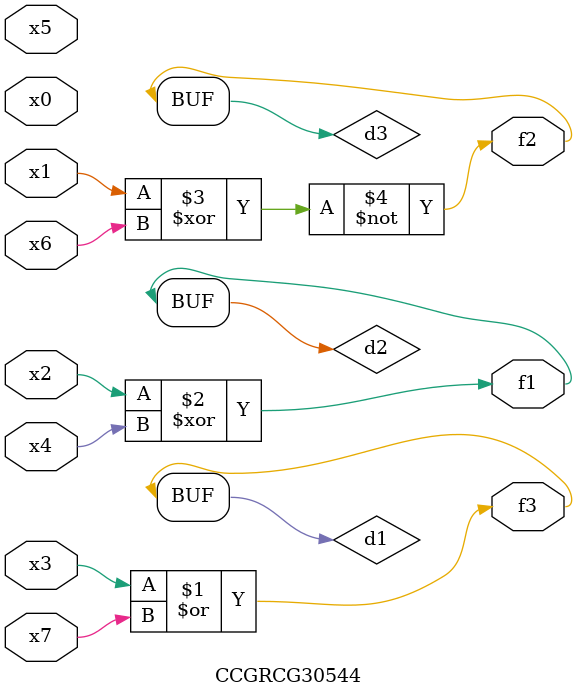
<source format=v>
module CCGRCG30544(
	input x0, x1, x2, x3, x4, x5, x6, x7,
	output f1, f2, f3
);

	wire d1, d2, d3;

	or (d1, x3, x7);
	xor (d2, x2, x4);
	xnor (d3, x1, x6);
	assign f1 = d2;
	assign f2 = d3;
	assign f3 = d1;
endmodule

</source>
